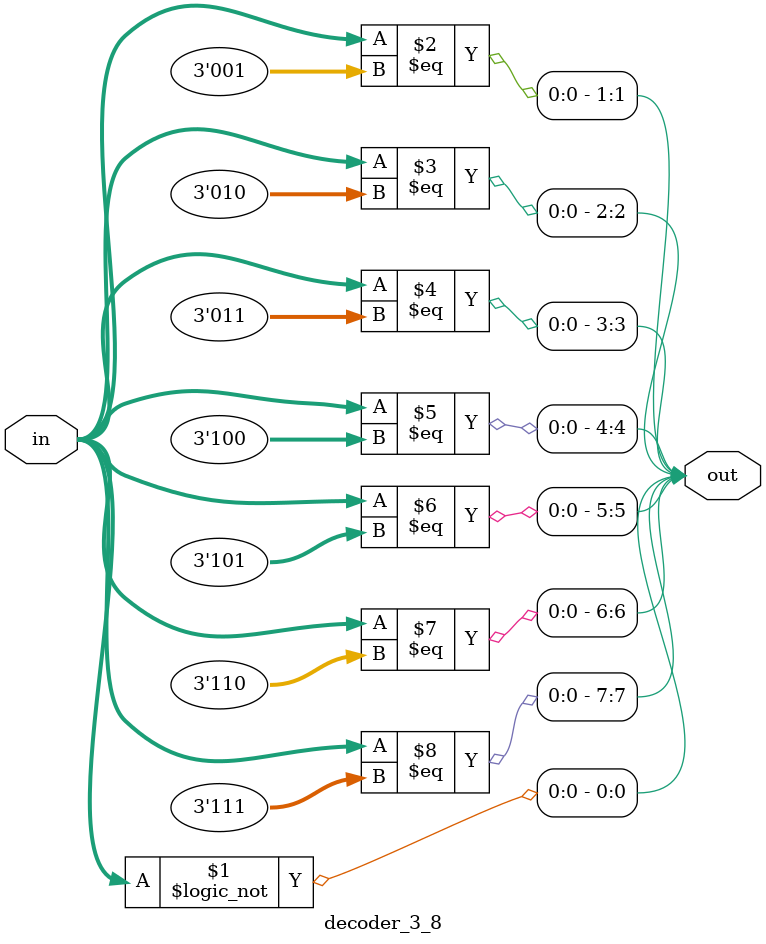
<source format=v>
`timescale 1ns / 1ps

module decoder_3_8(
    input [2:0] in,
    output [7:0] out
    );
    // ¶¨ÒåÊäÈëÊä³ö¹ØÏµ
    assign out[0] = (in==3'd0);
    assign out[1] = (in==3'd1);
    assign out[2] = (in==3'd2);
    assign out[3] = (in==3'd3);
    assign out[4] = (in==3'd4);
    assign out[5] = (in==3'd5);
    assign out[6] = (in==3'd6);
    assign out[7] = (in==3'd7);
endmodule

</source>
